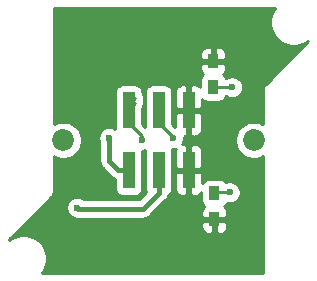
<source format=gbr>
G04 #@! TF.GenerationSoftware,KiCad,Pcbnew,(5.1.4)-1*
G04 #@! TF.CreationDate,2019-12-13T09:08:41-08:00*
G04 #@! TF.ProjectId,MasterModePushbutton,4d617374-6572-44d6-9f64-655075736862,rev?*
G04 #@! TF.SameCoordinates,Original*
G04 #@! TF.FileFunction,Copper,L2,Bot*
G04 #@! TF.FilePolarity,Positive*
%FSLAX46Y46*%
G04 Gerber Fmt 4.6, Leading zero omitted, Abs format (unit mm)*
G04 Created by KiCad (PCBNEW (5.1.4)-1) date 2019-12-13 09:08:41*
%MOMM*%
%LPD*%
G04 APERTURE LIST*
%ADD10C,0.600000*%
%ADD11C,1.850000*%
%ADD12R,0.900000X1.200000*%
%ADD13R,1.000000X3.150000*%
%ADD14C,0.228600*%
%ADD15C,0.381000*%
%ADD16C,0.250000*%
%ADD17C,0.254000*%
G04 APERTURE END LIST*
D10*
X127346480Y-102747480D03*
D11*
X127156480Y-94837480D03*
X143286480Y-94837480D03*
D12*
X139846480Y-88147480D03*
X139846480Y-90347480D03*
X139946480Y-101547480D03*
X139946480Y-99347480D03*
D13*
X132696480Y-92312480D03*
X132696480Y-97362480D03*
X135236480Y-92312480D03*
X135236480Y-97362480D03*
X137776480Y-92312480D03*
X137776480Y-97362480D03*
D10*
X142746480Y-87247480D03*
X141446480Y-90347480D03*
X131046480Y-94647480D03*
X128346480Y-100547480D03*
X141246480Y-99247480D03*
X133810820Y-94783784D03*
X136430178Y-94686370D03*
D14*
X139846480Y-90347480D02*
X141446480Y-90347480D01*
D15*
X131046480Y-94647480D02*
X131046480Y-96593480D01*
X131046480Y-96593480D02*
X131815480Y-97362480D01*
X131815480Y-97362480D02*
X132696480Y-97362480D01*
X133907480Y-100647480D02*
X128446480Y-100647480D01*
X128446480Y-100647480D02*
X128346480Y-100547480D01*
X135236480Y-97362480D02*
X135236480Y-99318480D01*
X135236480Y-99318480D02*
X133907480Y-100647480D01*
D14*
X141246480Y-99247480D02*
X140046480Y-99247480D01*
X140046480Y-99247480D02*
X139946480Y-99347480D01*
X133810820Y-94501820D02*
X133810820Y-94783784D01*
X132696480Y-93387480D02*
X133810820Y-94501820D01*
X132696480Y-92312480D02*
X132696480Y-93387480D01*
D16*
X132696480Y-92312480D02*
X132696480Y-91797480D01*
X132696480Y-91797480D02*
X133246480Y-91247480D01*
X132696480Y-92312480D02*
X132696480Y-92197480D01*
X132696480Y-92197480D02*
X133246480Y-91647480D01*
D14*
X136430178Y-94581178D02*
X136430178Y-94686370D01*
X135236480Y-93387480D02*
X136430178Y-94581178D01*
X135236480Y-92312480D02*
X135236480Y-93387480D01*
D17*
G36*
X144887395Y-83897230D02*
G01*
X144737762Y-84258477D01*
X144661480Y-84641975D01*
X144661480Y-85032985D01*
X144737762Y-85416483D01*
X144887395Y-85777730D01*
X145104629Y-86102844D01*
X145381116Y-86379331D01*
X145706230Y-86596565D01*
X146067477Y-86746198D01*
X146450975Y-86822480D01*
X146841985Y-86822480D01*
X147225483Y-86746198D01*
X147586730Y-86596565D01*
X147871481Y-86406301D01*
X147871481Y-86461243D01*
X144285898Y-90046826D01*
X144259769Y-90068270D01*
X144238326Y-90094398D01*
X144238320Y-90094404D01*
X144204005Y-90136218D01*
X144174168Y-90172574D01*
X144110561Y-90291575D01*
X144071392Y-90420698D01*
X144061480Y-90521334D01*
X144061480Y-90521341D01*
X144058167Y-90554980D01*
X144061480Y-90588619D01*
X144061480Y-93479123D01*
X144025417Y-93455026D01*
X143741515Y-93337430D01*
X143440127Y-93277480D01*
X143132833Y-93277480D01*
X142831445Y-93337430D01*
X142547543Y-93455026D01*
X142292038Y-93625749D01*
X142074749Y-93843038D01*
X141904026Y-94098543D01*
X141786430Y-94382445D01*
X141726480Y-94683833D01*
X141726480Y-94991127D01*
X141786430Y-95292515D01*
X141904026Y-95576417D01*
X142074749Y-95831922D01*
X142292038Y-96049211D01*
X142547543Y-96219934D01*
X142831445Y-96337530D01*
X143132833Y-96397480D01*
X143440127Y-96397480D01*
X143741515Y-96337530D01*
X144025417Y-96219934D01*
X144061480Y-96195837D01*
X144061481Y-106062480D01*
X125371983Y-106062480D01*
X125555565Y-105787730D01*
X125705198Y-105426483D01*
X125781480Y-105042985D01*
X125781480Y-104651975D01*
X125705198Y-104268477D01*
X125555565Y-103907230D01*
X125338331Y-103582116D01*
X125061844Y-103305629D01*
X124736730Y-103088395D01*
X124375483Y-102938762D01*
X123991985Y-102862480D01*
X123600975Y-102862480D01*
X123217477Y-102938762D01*
X122856230Y-103088395D01*
X122571480Y-103278659D01*
X122571480Y-103221216D01*
X123645216Y-102147480D01*
X138858408Y-102147480D01*
X138870668Y-102271962D01*
X138906978Y-102391660D01*
X138965943Y-102501974D01*
X139045295Y-102598665D01*
X139141986Y-102678017D01*
X139252300Y-102736982D01*
X139371998Y-102773292D01*
X139496480Y-102785552D01*
X139660730Y-102782480D01*
X139819480Y-102623730D01*
X139819480Y-101674480D01*
X140073480Y-101674480D01*
X140073480Y-102623730D01*
X140232230Y-102782480D01*
X140396480Y-102785552D01*
X140520962Y-102773292D01*
X140640660Y-102736982D01*
X140750974Y-102678017D01*
X140847665Y-102598665D01*
X140927017Y-102501974D01*
X140985982Y-102391660D01*
X141022292Y-102271962D01*
X141034552Y-102147480D01*
X141031480Y-101833230D01*
X140872730Y-101674480D01*
X140073480Y-101674480D01*
X139819480Y-101674480D01*
X139020230Y-101674480D01*
X138861480Y-101833230D01*
X138858408Y-102147480D01*
X123645216Y-102147480D01*
X125337305Y-100455391D01*
X127411480Y-100455391D01*
X127411480Y-100639569D01*
X127447412Y-100820209D01*
X127517894Y-100990369D01*
X127620218Y-101143508D01*
X127750452Y-101273742D01*
X127903591Y-101376066D01*
X128073751Y-101446548D01*
X128254391Y-101482480D01*
X128438569Y-101482480D01*
X128485648Y-101473115D01*
X128487022Y-101472980D01*
X133866930Y-101472980D01*
X133907480Y-101476974D01*
X133948030Y-101472980D01*
X133948033Y-101472980D01*
X134069306Y-101461036D01*
X134224914Y-101413833D01*
X134368322Y-101337179D01*
X134494021Y-101234021D01*
X134519878Y-101202514D01*
X135791525Y-99930869D01*
X135823021Y-99905021D01*
X135848869Y-99873525D01*
X135848872Y-99873522D01*
X135926179Y-99779323D01*
X136002833Y-99635914D01*
X136002925Y-99635611D01*
X136046563Y-99491756D01*
X136090974Y-99468017D01*
X136187665Y-99388665D01*
X136267017Y-99291974D01*
X136325982Y-99181660D01*
X136362292Y-99061962D01*
X136374552Y-98937480D01*
X136638408Y-98937480D01*
X136650668Y-99061962D01*
X136686978Y-99181660D01*
X136745943Y-99291974D01*
X136825295Y-99388665D01*
X136921986Y-99468017D01*
X137032300Y-99526982D01*
X137151998Y-99563292D01*
X137276480Y-99575552D01*
X137490730Y-99572480D01*
X137649480Y-99413730D01*
X137649480Y-97489480D01*
X137903480Y-97489480D01*
X137903480Y-99413730D01*
X138062230Y-99572480D01*
X138276480Y-99575552D01*
X138400962Y-99563292D01*
X138520660Y-99526982D01*
X138630974Y-99468017D01*
X138727665Y-99388665D01*
X138807017Y-99291974D01*
X138858408Y-99195830D01*
X138858408Y-99947480D01*
X138870668Y-100071962D01*
X138906978Y-100191660D01*
X138965943Y-100301974D01*
X139045295Y-100398665D01*
X139104776Y-100447480D01*
X139045295Y-100496295D01*
X138965943Y-100592986D01*
X138906978Y-100703300D01*
X138870668Y-100822998D01*
X138858408Y-100947480D01*
X138861480Y-101261730D01*
X139020230Y-101420480D01*
X139819480Y-101420480D01*
X139819480Y-101400480D01*
X140073480Y-101400480D01*
X140073480Y-101420480D01*
X140872730Y-101420480D01*
X141031480Y-101261730D01*
X141034552Y-100947480D01*
X141022292Y-100822998D01*
X140985982Y-100703300D01*
X140927017Y-100592986D01*
X140847665Y-100496295D01*
X140788184Y-100447480D01*
X140847665Y-100398665D01*
X140927017Y-100301974D01*
X140985982Y-100191660D01*
X140998192Y-100151410D01*
X141154391Y-100182480D01*
X141338569Y-100182480D01*
X141519209Y-100146548D01*
X141689369Y-100076066D01*
X141842508Y-99973742D01*
X141972742Y-99843508D01*
X142075066Y-99690369D01*
X142145548Y-99520209D01*
X142181480Y-99339569D01*
X142181480Y-99155391D01*
X142145548Y-98974751D01*
X142075066Y-98804591D01*
X141972742Y-98651452D01*
X141842508Y-98521218D01*
X141689369Y-98418894D01*
X141519209Y-98348412D01*
X141338569Y-98312480D01*
X141154391Y-98312480D01*
X140973751Y-98348412D01*
X140911573Y-98374167D01*
X140847665Y-98296295D01*
X140750974Y-98216943D01*
X140640660Y-98157978D01*
X140520962Y-98121668D01*
X140396480Y-98109408D01*
X139496480Y-98109408D01*
X139371998Y-98121668D01*
X139252300Y-98157978D01*
X139141986Y-98216943D01*
X139045295Y-98296295D01*
X138965943Y-98392986D01*
X138913488Y-98491120D01*
X138911480Y-97648230D01*
X138752730Y-97489480D01*
X137903480Y-97489480D01*
X137649480Y-97489480D01*
X136800230Y-97489480D01*
X136641480Y-97648230D01*
X136638408Y-98937480D01*
X136374552Y-98937480D01*
X136374552Y-95787480D01*
X136362292Y-95662998D01*
X136349664Y-95621370D01*
X136522267Y-95621370D01*
X136672352Y-95591516D01*
X136650668Y-95662998D01*
X136638408Y-95787480D01*
X136641480Y-97076730D01*
X136800230Y-97235480D01*
X137649480Y-97235480D01*
X137649480Y-95311230D01*
X137903480Y-95311230D01*
X137903480Y-97235480D01*
X138752730Y-97235480D01*
X138911480Y-97076730D01*
X138914552Y-95787480D01*
X138902292Y-95662998D01*
X138865982Y-95543300D01*
X138807017Y-95432986D01*
X138727665Y-95336295D01*
X138630974Y-95256943D01*
X138520660Y-95197978D01*
X138400962Y-95161668D01*
X138276480Y-95149408D01*
X138062230Y-95152480D01*
X137903480Y-95311230D01*
X137649480Y-95311230D01*
X137490730Y-95152480D01*
X137276480Y-95149408D01*
X137243105Y-95152695D01*
X137258764Y-95129259D01*
X137329246Y-94959099D01*
X137365178Y-94778459D01*
X137365178Y-94594281D01*
X137351293Y-94524479D01*
X137490730Y-94522480D01*
X137649480Y-94363730D01*
X137649480Y-92439480D01*
X137903480Y-92439480D01*
X137903480Y-94363730D01*
X138062230Y-94522480D01*
X138276480Y-94525552D01*
X138400962Y-94513292D01*
X138520660Y-94476982D01*
X138630974Y-94418017D01*
X138727665Y-94338665D01*
X138807017Y-94241974D01*
X138865982Y-94131660D01*
X138902292Y-94011962D01*
X138914552Y-93887480D01*
X138911480Y-92598230D01*
X138752730Y-92439480D01*
X137903480Y-92439480D01*
X137649480Y-92439480D01*
X136800230Y-92439480D01*
X136641480Y-92598230D01*
X136638783Y-93730113D01*
X136374552Y-93465882D01*
X136374552Y-90737480D01*
X136638408Y-90737480D01*
X136641480Y-92026730D01*
X136800230Y-92185480D01*
X137649480Y-92185480D01*
X137649480Y-90261230D01*
X137903480Y-90261230D01*
X137903480Y-92185480D01*
X138752730Y-92185480D01*
X138911480Y-92026730D01*
X138913070Y-91359399D01*
X138945295Y-91398665D01*
X139041986Y-91478017D01*
X139152300Y-91536982D01*
X139271998Y-91573292D01*
X139396480Y-91585552D01*
X140296480Y-91585552D01*
X140420962Y-91573292D01*
X140540660Y-91536982D01*
X140650974Y-91478017D01*
X140747665Y-91398665D01*
X140827017Y-91301974D01*
X140885982Y-91191660D01*
X140909736Y-91113354D01*
X141003591Y-91176066D01*
X141173751Y-91246548D01*
X141354391Y-91282480D01*
X141538569Y-91282480D01*
X141719209Y-91246548D01*
X141889369Y-91176066D01*
X142042508Y-91073742D01*
X142172742Y-90943508D01*
X142275066Y-90790369D01*
X142345548Y-90620209D01*
X142381480Y-90439569D01*
X142381480Y-90255391D01*
X142345548Y-90074751D01*
X142275066Y-89904591D01*
X142172742Y-89751452D01*
X142042508Y-89621218D01*
X141889369Y-89518894D01*
X141719209Y-89448412D01*
X141538569Y-89412480D01*
X141354391Y-89412480D01*
X141173751Y-89448412D01*
X141003591Y-89518894D01*
X140909736Y-89581606D01*
X140885982Y-89503300D01*
X140827017Y-89392986D01*
X140747665Y-89296295D01*
X140688184Y-89247480D01*
X140747665Y-89198665D01*
X140827017Y-89101974D01*
X140885982Y-88991660D01*
X140922292Y-88871962D01*
X140934552Y-88747480D01*
X140931480Y-88433230D01*
X140772730Y-88274480D01*
X139973480Y-88274480D01*
X139973480Y-88294480D01*
X139719480Y-88294480D01*
X139719480Y-88274480D01*
X138920230Y-88274480D01*
X138761480Y-88433230D01*
X138758408Y-88747480D01*
X138770668Y-88871962D01*
X138806978Y-88991660D01*
X138865943Y-89101974D01*
X138945295Y-89198665D01*
X139004776Y-89247480D01*
X138945295Y-89296295D01*
X138865943Y-89392986D01*
X138806978Y-89503300D01*
X138770668Y-89622998D01*
X138758408Y-89747480D01*
X138758408Y-90323756D01*
X138727665Y-90286295D01*
X138630974Y-90206943D01*
X138520660Y-90147978D01*
X138400962Y-90111668D01*
X138276480Y-90099408D01*
X138062230Y-90102480D01*
X137903480Y-90261230D01*
X137649480Y-90261230D01*
X137490730Y-90102480D01*
X137276480Y-90099408D01*
X137151998Y-90111668D01*
X137032300Y-90147978D01*
X136921986Y-90206943D01*
X136825295Y-90286295D01*
X136745943Y-90382986D01*
X136686978Y-90493300D01*
X136650668Y-90612998D01*
X136638408Y-90737480D01*
X136374552Y-90737480D01*
X136362292Y-90612998D01*
X136325982Y-90493300D01*
X136267017Y-90382986D01*
X136187665Y-90286295D01*
X136090974Y-90206943D01*
X135980660Y-90147978D01*
X135860962Y-90111668D01*
X135736480Y-90099408D01*
X134736480Y-90099408D01*
X134611998Y-90111668D01*
X134492300Y-90147978D01*
X134381986Y-90206943D01*
X134285295Y-90286295D01*
X134205943Y-90382986D01*
X134146978Y-90493300D01*
X134110668Y-90612998D01*
X134098408Y-90737480D01*
X134098408Y-93729737D01*
X133834552Y-93465882D01*
X133834552Y-92128907D01*
X133881453Y-92071757D01*
X133952025Y-91939727D01*
X133995482Y-91796467D01*
X134010156Y-91647481D01*
X133995482Y-91498495D01*
X133980007Y-91447481D01*
X133995482Y-91396467D01*
X134010156Y-91247481D01*
X133995482Y-91098495D01*
X133952025Y-90955234D01*
X133881453Y-90823205D01*
X133834552Y-90766056D01*
X133834552Y-90737480D01*
X133822292Y-90612998D01*
X133785982Y-90493300D01*
X133727017Y-90382986D01*
X133647665Y-90286295D01*
X133550974Y-90206943D01*
X133440660Y-90147978D01*
X133320962Y-90111668D01*
X133196480Y-90099408D01*
X132196480Y-90099408D01*
X132071998Y-90111668D01*
X131952300Y-90147978D01*
X131841986Y-90206943D01*
X131745295Y-90286295D01*
X131665943Y-90382986D01*
X131606978Y-90493300D01*
X131570668Y-90612998D01*
X131558408Y-90737480D01*
X131558408Y-93865024D01*
X131489369Y-93818894D01*
X131319209Y-93748412D01*
X131138569Y-93712480D01*
X130954391Y-93712480D01*
X130773751Y-93748412D01*
X130603591Y-93818894D01*
X130450452Y-93921218D01*
X130320218Y-94051452D01*
X130217894Y-94204591D01*
X130147412Y-94374751D01*
X130111480Y-94555391D01*
X130111480Y-94739569D01*
X130147412Y-94920209D01*
X130217894Y-95090369D01*
X130220980Y-95094988D01*
X130220981Y-96552920D01*
X130216986Y-96593480D01*
X130232925Y-96755306D01*
X130280127Y-96910913D01*
X130356781Y-97054322D01*
X130418343Y-97129334D01*
X130459940Y-97180021D01*
X130491441Y-97205873D01*
X131203086Y-97917519D01*
X131228939Y-97949021D01*
X131293076Y-98001657D01*
X131354637Y-98052179D01*
X131404591Y-98078879D01*
X131498046Y-98128833D01*
X131558408Y-98147144D01*
X131558408Y-98937480D01*
X131570668Y-99061962D01*
X131606978Y-99181660D01*
X131665943Y-99291974D01*
X131745295Y-99388665D01*
X131841986Y-99468017D01*
X131952300Y-99526982D01*
X132071998Y-99563292D01*
X132196480Y-99575552D01*
X133196480Y-99575552D01*
X133320962Y-99563292D01*
X133440660Y-99526982D01*
X133550974Y-99468017D01*
X133647665Y-99388665D01*
X133727017Y-99291974D01*
X133785982Y-99181660D01*
X133822292Y-99061962D01*
X133834552Y-98937480D01*
X133834552Y-95787480D01*
X133827786Y-95718784D01*
X133902909Y-95718784D01*
X134083549Y-95682852D01*
X134109783Y-95671986D01*
X134098408Y-95787480D01*
X134098408Y-98937480D01*
X134110668Y-99061962D01*
X134146978Y-99181660D01*
X134167491Y-99220036D01*
X133565548Y-99821980D01*
X128943270Y-99821980D01*
X128942508Y-99821218D01*
X128789369Y-99718894D01*
X128619209Y-99648412D01*
X128438569Y-99612480D01*
X128254391Y-99612480D01*
X128073751Y-99648412D01*
X127903591Y-99718894D01*
X127750452Y-99821218D01*
X127620218Y-99951452D01*
X127517894Y-100104591D01*
X127447412Y-100274751D01*
X127411480Y-100455391D01*
X125337305Y-100455391D01*
X126157062Y-99635634D01*
X126183190Y-99614191D01*
X126204634Y-99588062D01*
X126204640Y-99588056D01*
X126237932Y-99547489D01*
X126268792Y-99509887D01*
X126330538Y-99394368D01*
X126332399Y-99390887D01*
X126371568Y-99261763D01*
X126372975Y-99247480D01*
X126381480Y-99161127D01*
X126381480Y-99161119D01*
X126384793Y-99127480D01*
X126381480Y-99093841D01*
X126381480Y-96195837D01*
X126417543Y-96219934D01*
X126701445Y-96337530D01*
X127002833Y-96397480D01*
X127310127Y-96397480D01*
X127611515Y-96337530D01*
X127895417Y-96219934D01*
X128150922Y-96049211D01*
X128368211Y-95831922D01*
X128538934Y-95576417D01*
X128656530Y-95292515D01*
X128716480Y-94991127D01*
X128716480Y-94683833D01*
X128656530Y-94382445D01*
X128538934Y-94098543D01*
X128368211Y-93843038D01*
X128150922Y-93625749D01*
X127895417Y-93455026D01*
X127611515Y-93337430D01*
X127310127Y-93277480D01*
X127002833Y-93277480D01*
X126701445Y-93337430D01*
X126417543Y-93455026D01*
X126381480Y-93479123D01*
X126381480Y-87547480D01*
X138758408Y-87547480D01*
X138761480Y-87861730D01*
X138920230Y-88020480D01*
X139719480Y-88020480D01*
X139719480Y-87071230D01*
X139973480Y-87071230D01*
X139973480Y-88020480D01*
X140772730Y-88020480D01*
X140931480Y-87861730D01*
X140934552Y-87547480D01*
X140922292Y-87422998D01*
X140885982Y-87303300D01*
X140827017Y-87192986D01*
X140747665Y-87096295D01*
X140650974Y-87016943D01*
X140540660Y-86957978D01*
X140420962Y-86921668D01*
X140296480Y-86909408D01*
X140132230Y-86912480D01*
X139973480Y-87071230D01*
X139719480Y-87071230D01*
X139560730Y-86912480D01*
X139396480Y-86909408D01*
X139271998Y-86921668D01*
X139152300Y-86957978D01*
X139041986Y-87016943D01*
X138945295Y-87096295D01*
X138865943Y-87192986D01*
X138806978Y-87303300D01*
X138770668Y-87422998D01*
X138758408Y-87547480D01*
X126381480Y-87547480D01*
X126381480Y-83619980D01*
X145072647Y-83619980D01*
X144887395Y-83897230D01*
X144887395Y-83897230D01*
G37*
X144887395Y-83897230D02*
X144737762Y-84258477D01*
X144661480Y-84641975D01*
X144661480Y-85032985D01*
X144737762Y-85416483D01*
X144887395Y-85777730D01*
X145104629Y-86102844D01*
X145381116Y-86379331D01*
X145706230Y-86596565D01*
X146067477Y-86746198D01*
X146450975Y-86822480D01*
X146841985Y-86822480D01*
X147225483Y-86746198D01*
X147586730Y-86596565D01*
X147871481Y-86406301D01*
X147871481Y-86461243D01*
X144285898Y-90046826D01*
X144259769Y-90068270D01*
X144238326Y-90094398D01*
X144238320Y-90094404D01*
X144204005Y-90136218D01*
X144174168Y-90172574D01*
X144110561Y-90291575D01*
X144071392Y-90420698D01*
X144061480Y-90521334D01*
X144061480Y-90521341D01*
X144058167Y-90554980D01*
X144061480Y-90588619D01*
X144061480Y-93479123D01*
X144025417Y-93455026D01*
X143741515Y-93337430D01*
X143440127Y-93277480D01*
X143132833Y-93277480D01*
X142831445Y-93337430D01*
X142547543Y-93455026D01*
X142292038Y-93625749D01*
X142074749Y-93843038D01*
X141904026Y-94098543D01*
X141786430Y-94382445D01*
X141726480Y-94683833D01*
X141726480Y-94991127D01*
X141786430Y-95292515D01*
X141904026Y-95576417D01*
X142074749Y-95831922D01*
X142292038Y-96049211D01*
X142547543Y-96219934D01*
X142831445Y-96337530D01*
X143132833Y-96397480D01*
X143440127Y-96397480D01*
X143741515Y-96337530D01*
X144025417Y-96219934D01*
X144061480Y-96195837D01*
X144061481Y-106062480D01*
X125371983Y-106062480D01*
X125555565Y-105787730D01*
X125705198Y-105426483D01*
X125781480Y-105042985D01*
X125781480Y-104651975D01*
X125705198Y-104268477D01*
X125555565Y-103907230D01*
X125338331Y-103582116D01*
X125061844Y-103305629D01*
X124736730Y-103088395D01*
X124375483Y-102938762D01*
X123991985Y-102862480D01*
X123600975Y-102862480D01*
X123217477Y-102938762D01*
X122856230Y-103088395D01*
X122571480Y-103278659D01*
X122571480Y-103221216D01*
X123645216Y-102147480D01*
X138858408Y-102147480D01*
X138870668Y-102271962D01*
X138906978Y-102391660D01*
X138965943Y-102501974D01*
X139045295Y-102598665D01*
X139141986Y-102678017D01*
X139252300Y-102736982D01*
X139371998Y-102773292D01*
X139496480Y-102785552D01*
X139660730Y-102782480D01*
X139819480Y-102623730D01*
X139819480Y-101674480D01*
X140073480Y-101674480D01*
X140073480Y-102623730D01*
X140232230Y-102782480D01*
X140396480Y-102785552D01*
X140520962Y-102773292D01*
X140640660Y-102736982D01*
X140750974Y-102678017D01*
X140847665Y-102598665D01*
X140927017Y-102501974D01*
X140985982Y-102391660D01*
X141022292Y-102271962D01*
X141034552Y-102147480D01*
X141031480Y-101833230D01*
X140872730Y-101674480D01*
X140073480Y-101674480D01*
X139819480Y-101674480D01*
X139020230Y-101674480D01*
X138861480Y-101833230D01*
X138858408Y-102147480D01*
X123645216Y-102147480D01*
X125337305Y-100455391D01*
X127411480Y-100455391D01*
X127411480Y-100639569D01*
X127447412Y-100820209D01*
X127517894Y-100990369D01*
X127620218Y-101143508D01*
X127750452Y-101273742D01*
X127903591Y-101376066D01*
X128073751Y-101446548D01*
X128254391Y-101482480D01*
X128438569Y-101482480D01*
X128485648Y-101473115D01*
X128487022Y-101472980D01*
X133866930Y-101472980D01*
X133907480Y-101476974D01*
X133948030Y-101472980D01*
X133948033Y-101472980D01*
X134069306Y-101461036D01*
X134224914Y-101413833D01*
X134368322Y-101337179D01*
X134494021Y-101234021D01*
X134519878Y-101202514D01*
X135791525Y-99930869D01*
X135823021Y-99905021D01*
X135848869Y-99873525D01*
X135848872Y-99873522D01*
X135926179Y-99779323D01*
X136002833Y-99635914D01*
X136002925Y-99635611D01*
X136046563Y-99491756D01*
X136090974Y-99468017D01*
X136187665Y-99388665D01*
X136267017Y-99291974D01*
X136325982Y-99181660D01*
X136362292Y-99061962D01*
X136374552Y-98937480D01*
X136638408Y-98937480D01*
X136650668Y-99061962D01*
X136686978Y-99181660D01*
X136745943Y-99291974D01*
X136825295Y-99388665D01*
X136921986Y-99468017D01*
X137032300Y-99526982D01*
X137151998Y-99563292D01*
X137276480Y-99575552D01*
X137490730Y-99572480D01*
X137649480Y-99413730D01*
X137649480Y-97489480D01*
X137903480Y-97489480D01*
X137903480Y-99413730D01*
X138062230Y-99572480D01*
X138276480Y-99575552D01*
X138400962Y-99563292D01*
X138520660Y-99526982D01*
X138630974Y-99468017D01*
X138727665Y-99388665D01*
X138807017Y-99291974D01*
X138858408Y-99195830D01*
X138858408Y-99947480D01*
X138870668Y-100071962D01*
X138906978Y-100191660D01*
X138965943Y-100301974D01*
X139045295Y-100398665D01*
X139104776Y-100447480D01*
X139045295Y-100496295D01*
X138965943Y-100592986D01*
X138906978Y-100703300D01*
X138870668Y-100822998D01*
X138858408Y-100947480D01*
X138861480Y-101261730D01*
X139020230Y-101420480D01*
X139819480Y-101420480D01*
X139819480Y-101400480D01*
X140073480Y-101400480D01*
X140073480Y-101420480D01*
X140872730Y-101420480D01*
X141031480Y-101261730D01*
X141034552Y-100947480D01*
X141022292Y-100822998D01*
X140985982Y-100703300D01*
X140927017Y-100592986D01*
X140847665Y-100496295D01*
X140788184Y-100447480D01*
X140847665Y-100398665D01*
X140927017Y-100301974D01*
X140985982Y-100191660D01*
X140998192Y-100151410D01*
X141154391Y-100182480D01*
X141338569Y-100182480D01*
X141519209Y-100146548D01*
X141689369Y-100076066D01*
X141842508Y-99973742D01*
X141972742Y-99843508D01*
X142075066Y-99690369D01*
X142145548Y-99520209D01*
X142181480Y-99339569D01*
X142181480Y-99155391D01*
X142145548Y-98974751D01*
X142075066Y-98804591D01*
X141972742Y-98651452D01*
X141842508Y-98521218D01*
X141689369Y-98418894D01*
X141519209Y-98348412D01*
X141338569Y-98312480D01*
X141154391Y-98312480D01*
X140973751Y-98348412D01*
X140911573Y-98374167D01*
X140847665Y-98296295D01*
X140750974Y-98216943D01*
X140640660Y-98157978D01*
X140520962Y-98121668D01*
X140396480Y-98109408D01*
X139496480Y-98109408D01*
X139371998Y-98121668D01*
X139252300Y-98157978D01*
X139141986Y-98216943D01*
X139045295Y-98296295D01*
X138965943Y-98392986D01*
X138913488Y-98491120D01*
X138911480Y-97648230D01*
X138752730Y-97489480D01*
X137903480Y-97489480D01*
X137649480Y-97489480D01*
X136800230Y-97489480D01*
X136641480Y-97648230D01*
X136638408Y-98937480D01*
X136374552Y-98937480D01*
X136374552Y-95787480D01*
X136362292Y-95662998D01*
X136349664Y-95621370D01*
X136522267Y-95621370D01*
X136672352Y-95591516D01*
X136650668Y-95662998D01*
X136638408Y-95787480D01*
X136641480Y-97076730D01*
X136800230Y-97235480D01*
X137649480Y-97235480D01*
X137649480Y-95311230D01*
X137903480Y-95311230D01*
X137903480Y-97235480D01*
X138752730Y-97235480D01*
X138911480Y-97076730D01*
X138914552Y-95787480D01*
X138902292Y-95662998D01*
X138865982Y-95543300D01*
X138807017Y-95432986D01*
X138727665Y-95336295D01*
X138630974Y-95256943D01*
X138520660Y-95197978D01*
X138400962Y-95161668D01*
X138276480Y-95149408D01*
X138062230Y-95152480D01*
X137903480Y-95311230D01*
X137649480Y-95311230D01*
X137490730Y-95152480D01*
X137276480Y-95149408D01*
X137243105Y-95152695D01*
X137258764Y-95129259D01*
X137329246Y-94959099D01*
X137365178Y-94778459D01*
X137365178Y-94594281D01*
X137351293Y-94524479D01*
X137490730Y-94522480D01*
X137649480Y-94363730D01*
X137649480Y-92439480D01*
X137903480Y-92439480D01*
X137903480Y-94363730D01*
X138062230Y-94522480D01*
X138276480Y-94525552D01*
X138400962Y-94513292D01*
X138520660Y-94476982D01*
X138630974Y-94418017D01*
X138727665Y-94338665D01*
X138807017Y-94241974D01*
X138865982Y-94131660D01*
X138902292Y-94011962D01*
X138914552Y-93887480D01*
X138911480Y-92598230D01*
X138752730Y-92439480D01*
X137903480Y-92439480D01*
X137649480Y-92439480D01*
X136800230Y-92439480D01*
X136641480Y-92598230D01*
X136638783Y-93730113D01*
X136374552Y-93465882D01*
X136374552Y-90737480D01*
X136638408Y-90737480D01*
X136641480Y-92026730D01*
X136800230Y-92185480D01*
X137649480Y-92185480D01*
X137649480Y-90261230D01*
X137903480Y-90261230D01*
X137903480Y-92185480D01*
X138752730Y-92185480D01*
X138911480Y-92026730D01*
X138913070Y-91359399D01*
X138945295Y-91398665D01*
X139041986Y-91478017D01*
X139152300Y-91536982D01*
X139271998Y-91573292D01*
X139396480Y-91585552D01*
X140296480Y-91585552D01*
X140420962Y-91573292D01*
X140540660Y-91536982D01*
X140650974Y-91478017D01*
X140747665Y-91398665D01*
X140827017Y-91301974D01*
X140885982Y-91191660D01*
X140909736Y-91113354D01*
X141003591Y-91176066D01*
X141173751Y-91246548D01*
X141354391Y-91282480D01*
X141538569Y-91282480D01*
X141719209Y-91246548D01*
X141889369Y-91176066D01*
X142042508Y-91073742D01*
X142172742Y-90943508D01*
X142275066Y-90790369D01*
X142345548Y-90620209D01*
X142381480Y-90439569D01*
X142381480Y-90255391D01*
X142345548Y-90074751D01*
X142275066Y-89904591D01*
X142172742Y-89751452D01*
X142042508Y-89621218D01*
X141889369Y-89518894D01*
X141719209Y-89448412D01*
X141538569Y-89412480D01*
X141354391Y-89412480D01*
X141173751Y-89448412D01*
X141003591Y-89518894D01*
X140909736Y-89581606D01*
X140885982Y-89503300D01*
X140827017Y-89392986D01*
X140747665Y-89296295D01*
X140688184Y-89247480D01*
X140747665Y-89198665D01*
X140827017Y-89101974D01*
X140885982Y-88991660D01*
X140922292Y-88871962D01*
X140934552Y-88747480D01*
X140931480Y-88433230D01*
X140772730Y-88274480D01*
X139973480Y-88274480D01*
X139973480Y-88294480D01*
X139719480Y-88294480D01*
X139719480Y-88274480D01*
X138920230Y-88274480D01*
X138761480Y-88433230D01*
X138758408Y-88747480D01*
X138770668Y-88871962D01*
X138806978Y-88991660D01*
X138865943Y-89101974D01*
X138945295Y-89198665D01*
X139004776Y-89247480D01*
X138945295Y-89296295D01*
X138865943Y-89392986D01*
X138806978Y-89503300D01*
X138770668Y-89622998D01*
X138758408Y-89747480D01*
X138758408Y-90323756D01*
X138727665Y-90286295D01*
X138630974Y-90206943D01*
X138520660Y-90147978D01*
X138400962Y-90111668D01*
X138276480Y-90099408D01*
X138062230Y-90102480D01*
X137903480Y-90261230D01*
X137649480Y-90261230D01*
X137490730Y-90102480D01*
X137276480Y-90099408D01*
X137151998Y-90111668D01*
X137032300Y-90147978D01*
X136921986Y-90206943D01*
X136825295Y-90286295D01*
X136745943Y-90382986D01*
X136686978Y-90493300D01*
X136650668Y-90612998D01*
X136638408Y-90737480D01*
X136374552Y-90737480D01*
X136362292Y-90612998D01*
X136325982Y-90493300D01*
X136267017Y-90382986D01*
X136187665Y-90286295D01*
X136090974Y-90206943D01*
X135980660Y-90147978D01*
X135860962Y-90111668D01*
X135736480Y-90099408D01*
X134736480Y-90099408D01*
X134611998Y-90111668D01*
X134492300Y-90147978D01*
X134381986Y-90206943D01*
X134285295Y-90286295D01*
X134205943Y-90382986D01*
X134146978Y-90493300D01*
X134110668Y-90612998D01*
X134098408Y-90737480D01*
X134098408Y-93729737D01*
X133834552Y-93465882D01*
X133834552Y-92128907D01*
X133881453Y-92071757D01*
X133952025Y-91939727D01*
X133995482Y-91796467D01*
X134010156Y-91647481D01*
X133995482Y-91498495D01*
X133980007Y-91447481D01*
X133995482Y-91396467D01*
X134010156Y-91247481D01*
X133995482Y-91098495D01*
X133952025Y-90955234D01*
X133881453Y-90823205D01*
X133834552Y-90766056D01*
X133834552Y-90737480D01*
X133822292Y-90612998D01*
X133785982Y-90493300D01*
X133727017Y-90382986D01*
X133647665Y-90286295D01*
X133550974Y-90206943D01*
X133440660Y-90147978D01*
X133320962Y-90111668D01*
X133196480Y-90099408D01*
X132196480Y-90099408D01*
X132071998Y-90111668D01*
X131952300Y-90147978D01*
X131841986Y-90206943D01*
X131745295Y-90286295D01*
X131665943Y-90382986D01*
X131606978Y-90493300D01*
X131570668Y-90612998D01*
X131558408Y-90737480D01*
X131558408Y-93865024D01*
X131489369Y-93818894D01*
X131319209Y-93748412D01*
X131138569Y-93712480D01*
X130954391Y-93712480D01*
X130773751Y-93748412D01*
X130603591Y-93818894D01*
X130450452Y-93921218D01*
X130320218Y-94051452D01*
X130217894Y-94204591D01*
X130147412Y-94374751D01*
X130111480Y-94555391D01*
X130111480Y-94739569D01*
X130147412Y-94920209D01*
X130217894Y-95090369D01*
X130220980Y-95094988D01*
X130220981Y-96552920D01*
X130216986Y-96593480D01*
X130232925Y-96755306D01*
X130280127Y-96910913D01*
X130356781Y-97054322D01*
X130418343Y-97129334D01*
X130459940Y-97180021D01*
X130491441Y-97205873D01*
X131203086Y-97917519D01*
X131228939Y-97949021D01*
X131293076Y-98001657D01*
X131354637Y-98052179D01*
X131404591Y-98078879D01*
X131498046Y-98128833D01*
X131558408Y-98147144D01*
X131558408Y-98937480D01*
X131570668Y-99061962D01*
X131606978Y-99181660D01*
X131665943Y-99291974D01*
X131745295Y-99388665D01*
X131841986Y-99468017D01*
X131952300Y-99526982D01*
X132071998Y-99563292D01*
X132196480Y-99575552D01*
X133196480Y-99575552D01*
X133320962Y-99563292D01*
X133440660Y-99526982D01*
X133550974Y-99468017D01*
X133647665Y-99388665D01*
X133727017Y-99291974D01*
X133785982Y-99181660D01*
X133822292Y-99061962D01*
X133834552Y-98937480D01*
X133834552Y-95787480D01*
X133827786Y-95718784D01*
X133902909Y-95718784D01*
X134083549Y-95682852D01*
X134109783Y-95671986D01*
X134098408Y-95787480D01*
X134098408Y-98937480D01*
X134110668Y-99061962D01*
X134146978Y-99181660D01*
X134167491Y-99220036D01*
X133565548Y-99821980D01*
X128943270Y-99821980D01*
X128942508Y-99821218D01*
X128789369Y-99718894D01*
X128619209Y-99648412D01*
X128438569Y-99612480D01*
X128254391Y-99612480D01*
X128073751Y-99648412D01*
X127903591Y-99718894D01*
X127750452Y-99821218D01*
X127620218Y-99951452D01*
X127517894Y-100104591D01*
X127447412Y-100274751D01*
X127411480Y-100455391D01*
X125337305Y-100455391D01*
X126157062Y-99635634D01*
X126183190Y-99614191D01*
X126204634Y-99588062D01*
X126204640Y-99588056D01*
X126237932Y-99547489D01*
X126268792Y-99509887D01*
X126330538Y-99394368D01*
X126332399Y-99390887D01*
X126371568Y-99261763D01*
X126372975Y-99247480D01*
X126381480Y-99161127D01*
X126381480Y-99161119D01*
X126384793Y-99127480D01*
X126381480Y-99093841D01*
X126381480Y-96195837D01*
X126417543Y-96219934D01*
X126701445Y-96337530D01*
X127002833Y-96397480D01*
X127310127Y-96397480D01*
X127611515Y-96337530D01*
X127895417Y-96219934D01*
X128150922Y-96049211D01*
X128368211Y-95831922D01*
X128538934Y-95576417D01*
X128656530Y-95292515D01*
X128716480Y-94991127D01*
X128716480Y-94683833D01*
X128656530Y-94382445D01*
X128538934Y-94098543D01*
X128368211Y-93843038D01*
X128150922Y-93625749D01*
X127895417Y-93455026D01*
X127611515Y-93337430D01*
X127310127Y-93277480D01*
X127002833Y-93277480D01*
X126701445Y-93337430D01*
X126417543Y-93455026D01*
X126381480Y-93479123D01*
X126381480Y-87547480D01*
X138758408Y-87547480D01*
X138761480Y-87861730D01*
X138920230Y-88020480D01*
X139719480Y-88020480D01*
X139719480Y-87071230D01*
X139973480Y-87071230D01*
X139973480Y-88020480D01*
X140772730Y-88020480D01*
X140931480Y-87861730D01*
X140934552Y-87547480D01*
X140922292Y-87422998D01*
X140885982Y-87303300D01*
X140827017Y-87192986D01*
X140747665Y-87096295D01*
X140650974Y-87016943D01*
X140540660Y-86957978D01*
X140420962Y-86921668D01*
X140296480Y-86909408D01*
X140132230Y-86912480D01*
X139973480Y-87071230D01*
X139719480Y-87071230D01*
X139560730Y-86912480D01*
X139396480Y-86909408D01*
X139271998Y-86921668D01*
X139152300Y-86957978D01*
X139041986Y-87016943D01*
X138945295Y-87096295D01*
X138865943Y-87192986D01*
X138806978Y-87303300D01*
X138770668Y-87422998D01*
X138758408Y-87547480D01*
X126381480Y-87547480D01*
X126381480Y-83619980D01*
X145072647Y-83619980D01*
X144887395Y-83897230D01*
M02*

</source>
